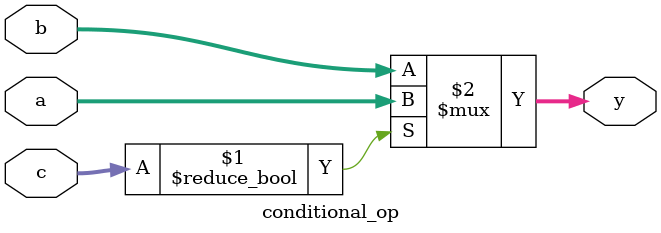
<source format=v>
`timescale 1ns / 1ps
module conditional_op( input[3:0]a,b,c, output[3:0]y);

assign y=c ? a:b; //if c is 1 then y=a, else y=b

endmodule

</source>
